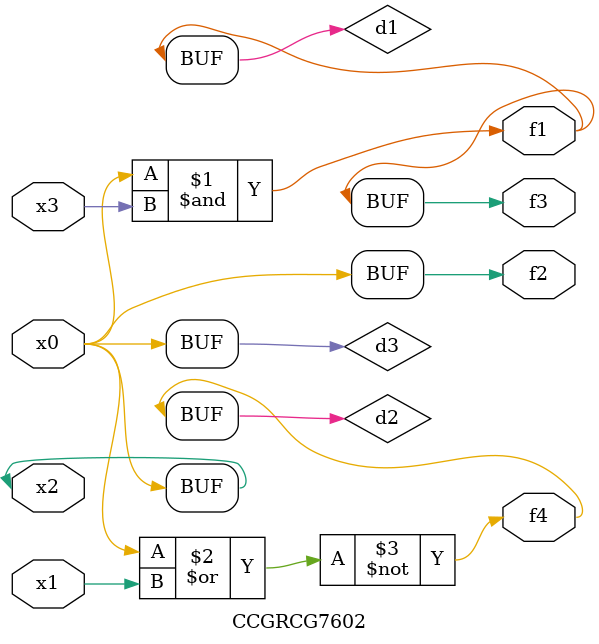
<source format=v>
module CCGRCG7602(
	input x0, x1, x2, x3,
	output f1, f2, f3, f4
);

	wire d1, d2, d3;

	and (d1, x2, x3);
	nor (d2, x0, x1);
	buf (d3, x0, x2);
	assign f1 = d1;
	assign f2 = d3;
	assign f3 = d1;
	assign f4 = d2;
endmodule

</source>
